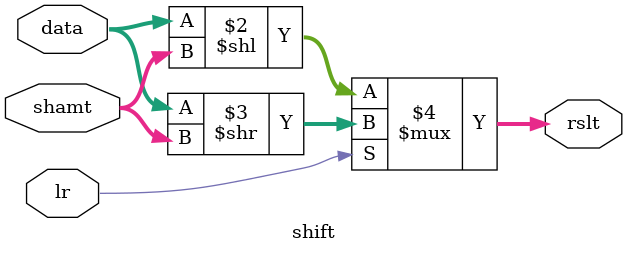
<source format=v>
module shift(data, shamt, rslt, lr);
    input [7:0] data;//left operand
    input [2:0] shamt;//shift amount
    output [7:0] rslt;
    input lr; //0: shift left; 1: shift right
    
    assign rslt = (lr == 1'b0)? (data << shamt):(data >> shamt);
endmodule
</source>
